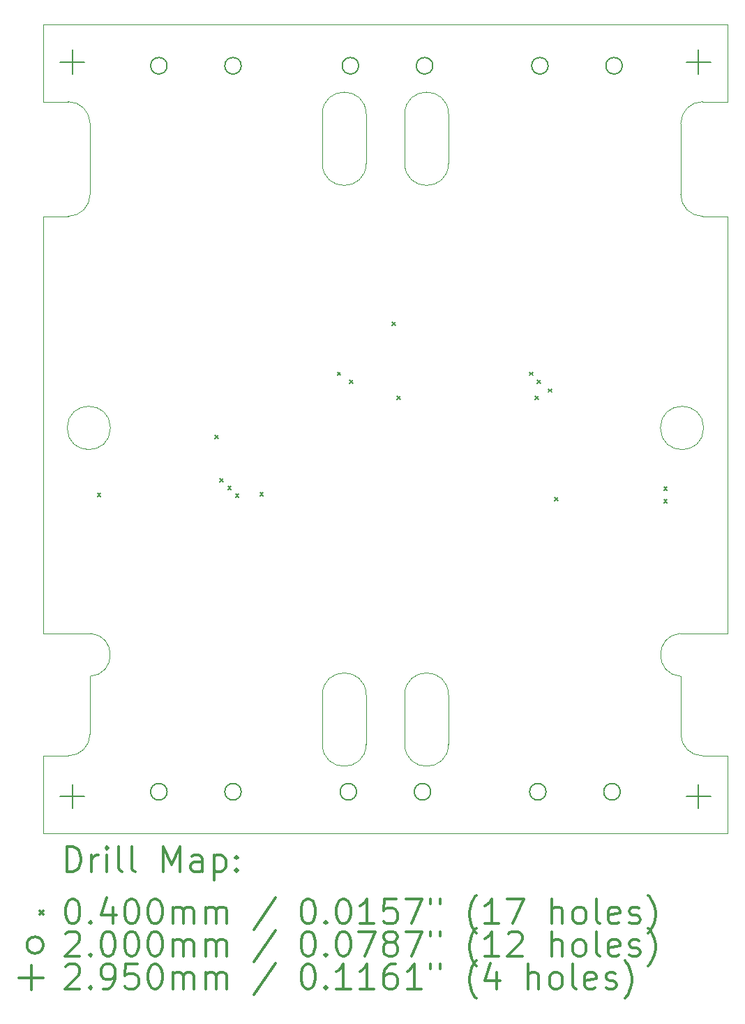
<source format=gbr>
%FSLAX45Y45*%
G04 Gerber Fmt 4.5, Leading zero omitted, Abs format (unit mm)*
G04 Created by KiCad (PCBNEW (5.1.10)-1) date 2022-06-07 20:10:59*
%MOMM*%
%LPD*%
G01*
G04 APERTURE LIST*
%TA.AperFunction,Profile*%
%ADD10C,0.050000*%
%TD*%
%ADD11C,0.200000*%
%ADD12C,0.300000*%
G04 APERTURE END LIST*
D10*
X18599461Y-13955719D02*
X18025539Y-13955719D01*
X18600000Y-8900000D02*
X18599461Y-13955719D01*
X18600000Y-7510000D02*
X18600000Y-7310000D01*
X18600000Y-15645000D02*
X18600000Y-15440000D01*
X10300000Y-15440000D02*
X10300000Y-16375000D01*
X10300000Y-8900000D02*
X10300000Y-13955719D01*
X10300000Y-6575000D02*
X10300000Y-7510000D01*
X18300000Y-8900000D02*
X18600000Y-8900000D01*
X18035000Y-7775000D02*
X18035000Y-8635000D01*
X18300000Y-7510000D02*
X18600000Y-7510000D01*
X18035000Y-8635000D02*
G75*
G03*
X18300000Y-8900000I265000J0D01*
G01*
X18300000Y-7510000D02*
G75*
G03*
X18035000Y-7775000I0J-265000D01*
G01*
X18035000Y-15175000D02*
X18035000Y-14475000D01*
X18300000Y-15440000D02*
X18600000Y-15440000D01*
X18300000Y-15440000D02*
G75*
G02*
X18035000Y-15175000I0J265000D01*
G01*
X10865000Y-15175000D02*
X10865000Y-14475000D01*
X10600000Y-15440000D02*
X10300000Y-15440000D01*
X10600000Y-15440000D02*
G75*
G03*
X10865000Y-15175000I0J265000D01*
G01*
X10865000Y-7775000D02*
X10865000Y-8635000D01*
X10600000Y-8900000D02*
X10300000Y-8900000D01*
X10865000Y-8635000D02*
G75*
G02*
X10600000Y-8900000I-265000J0D01*
G01*
X10600000Y-7510000D02*
G75*
G02*
X10865000Y-7775000I0J-265000D01*
G01*
X10600000Y-7510000D02*
X10300000Y-7510000D01*
X18600000Y-7310000D02*
X18600000Y-6575000D01*
X18600000Y-16375000D02*
X18600000Y-15645000D01*
X18025539Y-13955719D02*
G75*
G03*
X18035000Y-14475000I24461J-259281D01*
G01*
X10874461Y-13955719D02*
G75*
G02*
X10865000Y-14475000I-24461J-259281D01*
G01*
X10874461Y-13955719D02*
X10300000Y-13955719D01*
X15215000Y-15300000D02*
G75*
G02*
X14685000Y-15300000I-265000J0D01*
G01*
X14685000Y-14700000D02*
G75*
G02*
X15215000Y-14700000I265000J0D01*
G01*
X14215000Y-15300000D02*
G75*
G02*
X13685000Y-15300000I-265000J0D01*
G01*
X13685000Y-14700000D02*
G75*
G02*
X14215000Y-14700000I265000J0D01*
G01*
X15215000Y-8260000D02*
G75*
G02*
X14685000Y-8260000I-265000J0D01*
G01*
X14685000Y-7660000D02*
G75*
G02*
X15215000Y-7660000I265000J0D01*
G01*
X13685000Y-7660000D02*
G75*
G02*
X14215000Y-7660000I265000J0D01*
G01*
X14215000Y-8260000D02*
G75*
G02*
X13685000Y-8260000I-265000J0D01*
G01*
X15215000Y-7660000D02*
X15215000Y-8260000D01*
X14685000Y-7660000D02*
X14685000Y-8260000D01*
X13685000Y-7660000D02*
X13685000Y-8260000D01*
X14215000Y-7660000D02*
X14215000Y-8260000D01*
X15215000Y-15300000D02*
X15215000Y-14700000D01*
X14685000Y-14700000D02*
X14685000Y-15300000D01*
X14215000Y-15300000D02*
X14215000Y-14700000D01*
X13685000Y-15300000D02*
X13685000Y-14700000D01*
X18312500Y-11465000D02*
G75*
G03*
X18312500Y-11465000I-262500J0D01*
G01*
X11112500Y-11465000D02*
G75*
G03*
X11112500Y-11465000I-262500J0D01*
G01*
X18600000Y-6575000D02*
X10300000Y-6575000D01*
X10300000Y-16375000D02*
X18600000Y-16375000D01*
D11*
X10955000Y-12255000D02*
X10995000Y-12295000D01*
X10995000Y-12255000D02*
X10955000Y-12295000D01*
X12380000Y-11555000D02*
X12420000Y-11595000D01*
X12420000Y-11555000D02*
X12380000Y-11595000D01*
X12438700Y-12076750D02*
X12478700Y-12116750D01*
X12478700Y-12076750D02*
X12438700Y-12116750D01*
X12536450Y-12169500D02*
X12576450Y-12209500D01*
X12576450Y-12169500D02*
X12536450Y-12209500D01*
X12630000Y-12266450D02*
X12670000Y-12306450D01*
X12670000Y-12266450D02*
X12630000Y-12306450D01*
X12927650Y-12248200D02*
X12967650Y-12288200D01*
X12967650Y-12248200D02*
X12927650Y-12288200D01*
X13867650Y-10787500D02*
X13907650Y-10827500D01*
X13907650Y-10787500D02*
X13867650Y-10827500D01*
X14013500Y-10884500D02*
X14053500Y-10924500D01*
X14053500Y-10884500D02*
X14013500Y-10924500D01*
X14530000Y-10180000D02*
X14570000Y-10220000D01*
X14570000Y-10180000D02*
X14530000Y-10220000D01*
X14591350Y-11079800D02*
X14631350Y-11119800D01*
X14631350Y-11079800D02*
X14591350Y-11119800D01*
X16197700Y-10787500D02*
X16237700Y-10827500D01*
X16237700Y-10787500D02*
X16197700Y-10827500D01*
X16267750Y-11079800D02*
X16307750Y-11119800D01*
X16307750Y-11079800D02*
X16267750Y-11119800D01*
X16293150Y-10882950D02*
X16333150Y-10922950D01*
X16333150Y-10882950D02*
X16293150Y-10922950D01*
X16426500Y-10990900D02*
X16466500Y-11030900D01*
X16466500Y-10990900D02*
X16426500Y-11030900D01*
X16505000Y-12305000D02*
X16545000Y-12345000D01*
X16545000Y-12305000D02*
X16505000Y-12345000D01*
X17830000Y-12180000D02*
X17870000Y-12220000D01*
X17870000Y-12180000D02*
X17830000Y-12220000D01*
X17830000Y-12330000D02*
X17870000Y-12370000D01*
X17870000Y-12330000D02*
X17830000Y-12370000D01*
X11800000Y-7075000D02*
G75*
G03*
X11800000Y-7075000I-100000J0D01*
G01*
X11800000Y-15875000D02*
G75*
G03*
X11800000Y-15875000I-100000J0D01*
G01*
X12700000Y-7075000D02*
G75*
G03*
X12700000Y-7075000I-100000J0D01*
G01*
X12700000Y-15875000D02*
G75*
G03*
X12700000Y-15875000I-100000J0D01*
G01*
X14100000Y-15875000D02*
G75*
G03*
X14100000Y-15875000I-100000J0D01*
G01*
X14125000Y-7075000D02*
G75*
G03*
X14125000Y-7075000I-100000J0D01*
G01*
X15000000Y-15875000D02*
G75*
G03*
X15000000Y-15875000I-100000J0D01*
G01*
X15025000Y-7075000D02*
G75*
G03*
X15025000Y-7075000I-100000J0D01*
G01*
X16400000Y-15875000D02*
G75*
G03*
X16400000Y-15875000I-100000J0D01*
G01*
X16425000Y-7075000D02*
G75*
G03*
X16425000Y-7075000I-100000J0D01*
G01*
X17300000Y-15875000D02*
G75*
G03*
X17300000Y-15875000I-100000J0D01*
G01*
X17325000Y-7075000D02*
G75*
G03*
X17325000Y-7075000I-100000J0D01*
G01*
X10650000Y-6882500D02*
X10650000Y-7177500D01*
X10502500Y-7030000D02*
X10797500Y-7030000D01*
X10650000Y-15782500D02*
X10650000Y-16077500D01*
X10502500Y-15930000D02*
X10797500Y-15930000D01*
X18250000Y-6882500D02*
X18250000Y-7177500D01*
X18102500Y-7030000D02*
X18397500Y-7030000D01*
X18250000Y-15782500D02*
X18250000Y-16077500D01*
X18102500Y-15930000D02*
X18397500Y-15930000D01*
D12*
X10583928Y-16843214D02*
X10583928Y-16543214D01*
X10655357Y-16543214D01*
X10698214Y-16557500D01*
X10726786Y-16586071D01*
X10741071Y-16614643D01*
X10755357Y-16671786D01*
X10755357Y-16714643D01*
X10741071Y-16771786D01*
X10726786Y-16800357D01*
X10698214Y-16828929D01*
X10655357Y-16843214D01*
X10583928Y-16843214D01*
X10883928Y-16843214D02*
X10883928Y-16643214D01*
X10883928Y-16700357D02*
X10898214Y-16671786D01*
X10912500Y-16657500D01*
X10941071Y-16643214D01*
X10969643Y-16643214D01*
X11069643Y-16843214D02*
X11069643Y-16643214D01*
X11069643Y-16543214D02*
X11055357Y-16557500D01*
X11069643Y-16571786D01*
X11083928Y-16557500D01*
X11069643Y-16543214D01*
X11069643Y-16571786D01*
X11255357Y-16843214D02*
X11226786Y-16828929D01*
X11212500Y-16800357D01*
X11212500Y-16543214D01*
X11412500Y-16843214D02*
X11383928Y-16828929D01*
X11369643Y-16800357D01*
X11369643Y-16543214D01*
X11755357Y-16843214D02*
X11755357Y-16543214D01*
X11855357Y-16757500D01*
X11955357Y-16543214D01*
X11955357Y-16843214D01*
X12226786Y-16843214D02*
X12226786Y-16686071D01*
X12212500Y-16657500D01*
X12183928Y-16643214D01*
X12126786Y-16643214D01*
X12098214Y-16657500D01*
X12226786Y-16828929D02*
X12198214Y-16843214D01*
X12126786Y-16843214D01*
X12098214Y-16828929D01*
X12083928Y-16800357D01*
X12083928Y-16771786D01*
X12098214Y-16743214D01*
X12126786Y-16728929D01*
X12198214Y-16728929D01*
X12226786Y-16714643D01*
X12369643Y-16643214D02*
X12369643Y-16943214D01*
X12369643Y-16657500D02*
X12398214Y-16643214D01*
X12455357Y-16643214D01*
X12483928Y-16657500D01*
X12498214Y-16671786D01*
X12512500Y-16700357D01*
X12512500Y-16786072D01*
X12498214Y-16814643D01*
X12483928Y-16828929D01*
X12455357Y-16843214D01*
X12398214Y-16843214D01*
X12369643Y-16828929D01*
X12641071Y-16814643D02*
X12655357Y-16828929D01*
X12641071Y-16843214D01*
X12626786Y-16828929D01*
X12641071Y-16814643D01*
X12641071Y-16843214D01*
X12641071Y-16657500D02*
X12655357Y-16671786D01*
X12641071Y-16686071D01*
X12626786Y-16671786D01*
X12641071Y-16657500D01*
X12641071Y-16686071D01*
X10257500Y-17317500D02*
X10297500Y-17357500D01*
X10297500Y-17317500D02*
X10257500Y-17357500D01*
X10641071Y-17173214D02*
X10669643Y-17173214D01*
X10698214Y-17187500D01*
X10712500Y-17201786D01*
X10726786Y-17230357D01*
X10741071Y-17287500D01*
X10741071Y-17358929D01*
X10726786Y-17416072D01*
X10712500Y-17444643D01*
X10698214Y-17458929D01*
X10669643Y-17473214D01*
X10641071Y-17473214D01*
X10612500Y-17458929D01*
X10598214Y-17444643D01*
X10583928Y-17416072D01*
X10569643Y-17358929D01*
X10569643Y-17287500D01*
X10583928Y-17230357D01*
X10598214Y-17201786D01*
X10612500Y-17187500D01*
X10641071Y-17173214D01*
X10869643Y-17444643D02*
X10883928Y-17458929D01*
X10869643Y-17473214D01*
X10855357Y-17458929D01*
X10869643Y-17444643D01*
X10869643Y-17473214D01*
X11141071Y-17273214D02*
X11141071Y-17473214D01*
X11069643Y-17158929D02*
X10998214Y-17373214D01*
X11183928Y-17373214D01*
X11355357Y-17173214D02*
X11383928Y-17173214D01*
X11412500Y-17187500D01*
X11426786Y-17201786D01*
X11441071Y-17230357D01*
X11455357Y-17287500D01*
X11455357Y-17358929D01*
X11441071Y-17416072D01*
X11426786Y-17444643D01*
X11412500Y-17458929D01*
X11383928Y-17473214D01*
X11355357Y-17473214D01*
X11326786Y-17458929D01*
X11312500Y-17444643D01*
X11298214Y-17416072D01*
X11283928Y-17358929D01*
X11283928Y-17287500D01*
X11298214Y-17230357D01*
X11312500Y-17201786D01*
X11326786Y-17187500D01*
X11355357Y-17173214D01*
X11641071Y-17173214D02*
X11669643Y-17173214D01*
X11698214Y-17187500D01*
X11712500Y-17201786D01*
X11726786Y-17230357D01*
X11741071Y-17287500D01*
X11741071Y-17358929D01*
X11726786Y-17416072D01*
X11712500Y-17444643D01*
X11698214Y-17458929D01*
X11669643Y-17473214D01*
X11641071Y-17473214D01*
X11612500Y-17458929D01*
X11598214Y-17444643D01*
X11583928Y-17416072D01*
X11569643Y-17358929D01*
X11569643Y-17287500D01*
X11583928Y-17230357D01*
X11598214Y-17201786D01*
X11612500Y-17187500D01*
X11641071Y-17173214D01*
X11869643Y-17473214D02*
X11869643Y-17273214D01*
X11869643Y-17301786D02*
X11883928Y-17287500D01*
X11912500Y-17273214D01*
X11955357Y-17273214D01*
X11983928Y-17287500D01*
X11998214Y-17316072D01*
X11998214Y-17473214D01*
X11998214Y-17316072D02*
X12012500Y-17287500D01*
X12041071Y-17273214D01*
X12083928Y-17273214D01*
X12112500Y-17287500D01*
X12126786Y-17316072D01*
X12126786Y-17473214D01*
X12269643Y-17473214D02*
X12269643Y-17273214D01*
X12269643Y-17301786D02*
X12283928Y-17287500D01*
X12312500Y-17273214D01*
X12355357Y-17273214D01*
X12383928Y-17287500D01*
X12398214Y-17316072D01*
X12398214Y-17473214D01*
X12398214Y-17316072D02*
X12412500Y-17287500D01*
X12441071Y-17273214D01*
X12483928Y-17273214D01*
X12512500Y-17287500D01*
X12526786Y-17316072D01*
X12526786Y-17473214D01*
X13112500Y-17158929D02*
X12855357Y-17544643D01*
X13498214Y-17173214D02*
X13526786Y-17173214D01*
X13555357Y-17187500D01*
X13569643Y-17201786D01*
X13583928Y-17230357D01*
X13598214Y-17287500D01*
X13598214Y-17358929D01*
X13583928Y-17416072D01*
X13569643Y-17444643D01*
X13555357Y-17458929D01*
X13526786Y-17473214D01*
X13498214Y-17473214D01*
X13469643Y-17458929D01*
X13455357Y-17444643D01*
X13441071Y-17416072D01*
X13426786Y-17358929D01*
X13426786Y-17287500D01*
X13441071Y-17230357D01*
X13455357Y-17201786D01*
X13469643Y-17187500D01*
X13498214Y-17173214D01*
X13726786Y-17444643D02*
X13741071Y-17458929D01*
X13726786Y-17473214D01*
X13712500Y-17458929D01*
X13726786Y-17444643D01*
X13726786Y-17473214D01*
X13926786Y-17173214D02*
X13955357Y-17173214D01*
X13983928Y-17187500D01*
X13998214Y-17201786D01*
X14012500Y-17230357D01*
X14026786Y-17287500D01*
X14026786Y-17358929D01*
X14012500Y-17416072D01*
X13998214Y-17444643D01*
X13983928Y-17458929D01*
X13955357Y-17473214D01*
X13926786Y-17473214D01*
X13898214Y-17458929D01*
X13883928Y-17444643D01*
X13869643Y-17416072D01*
X13855357Y-17358929D01*
X13855357Y-17287500D01*
X13869643Y-17230357D01*
X13883928Y-17201786D01*
X13898214Y-17187500D01*
X13926786Y-17173214D01*
X14312500Y-17473214D02*
X14141071Y-17473214D01*
X14226786Y-17473214D02*
X14226786Y-17173214D01*
X14198214Y-17216072D01*
X14169643Y-17244643D01*
X14141071Y-17258929D01*
X14583928Y-17173214D02*
X14441071Y-17173214D01*
X14426786Y-17316072D01*
X14441071Y-17301786D01*
X14469643Y-17287500D01*
X14541071Y-17287500D01*
X14569643Y-17301786D01*
X14583928Y-17316072D01*
X14598214Y-17344643D01*
X14598214Y-17416072D01*
X14583928Y-17444643D01*
X14569643Y-17458929D01*
X14541071Y-17473214D01*
X14469643Y-17473214D01*
X14441071Y-17458929D01*
X14426786Y-17444643D01*
X14698214Y-17173214D02*
X14898214Y-17173214D01*
X14769643Y-17473214D01*
X14998214Y-17173214D02*
X14998214Y-17230357D01*
X15112500Y-17173214D02*
X15112500Y-17230357D01*
X15555357Y-17587500D02*
X15541071Y-17573214D01*
X15512500Y-17530357D01*
X15498214Y-17501786D01*
X15483928Y-17458929D01*
X15469643Y-17387500D01*
X15469643Y-17330357D01*
X15483928Y-17258929D01*
X15498214Y-17216072D01*
X15512500Y-17187500D01*
X15541071Y-17144643D01*
X15555357Y-17130357D01*
X15826786Y-17473214D02*
X15655357Y-17473214D01*
X15741071Y-17473214D02*
X15741071Y-17173214D01*
X15712500Y-17216072D01*
X15683928Y-17244643D01*
X15655357Y-17258929D01*
X15926786Y-17173214D02*
X16126786Y-17173214D01*
X15998214Y-17473214D01*
X16469643Y-17473214D02*
X16469643Y-17173214D01*
X16598214Y-17473214D02*
X16598214Y-17316072D01*
X16583928Y-17287500D01*
X16555357Y-17273214D01*
X16512500Y-17273214D01*
X16483928Y-17287500D01*
X16469643Y-17301786D01*
X16783928Y-17473214D02*
X16755357Y-17458929D01*
X16741071Y-17444643D01*
X16726786Y-17416072D01*
X16726786Y-17330357D01*
X16741071Y-17301786D01*
X16755357Y-17287500D01*
X16783928Y-17273214D01*
X16826786Y-17273214D01*
X16855357Y-17287500D01*
X16869643Y-17301786D01*
X16883928Y-17330357D01*
X16883928Y-17416072D01*
X16869643Y-17444643D01*
X16855357Y-17458929D01*
X16826786Y-17473214D01*
X16783928Y-17473214D01*
X17055357Y-17473214D02*
X17026786Y-17458929D01*
X17012500Y-17430357D01*
X17012500Y-17173214D01*
X17283928Y-17458929D02*
X17255357Y-17473214D01*
X17198214Y-17473214D01*
X17169643Y-17458929D01*
X17155357Y-17430357D01*
X17155357Y-17316072D01*
X17169643Y-17287500D01*
X17198214Y-17273214D01*
X17255357Y-17273214D01*
X17283928Y-17287500D01*
X17298214Y-17316072D01*
X17298214Y-17344643D01*
X17155357Y-17373214D01*
X17412500Y-17458929D02*
X17441071Y-17473214D01*
X17498214Y-17473214D01*
X17526786Y-17458929D01*
X17541071Y-17430357D01*
X17541071Y-17416072D01*
X17526786Y-17387500D01*
X17498214Y-17373214D01*
X17455357Y-17373214D01*
X17426786Y-17358929D01*
X17412500Y-17330357D01*
X17412500Y-17316072D01*
X17426786Y-17287500D01*
X17455357Y-17273214D01*
X17498214Y-17273214D01*
X17526786Y-17287500D01*
X17641071Y-17587500D02*
X17655357Y-17573214D01*
X17683928Y-17530357D01*
X17698214Y-17501786D01*
X17712500Y-17458929D01*
X17726786Y-17387500D01*
X17726786Y-17330357D01*
X17712500Y-17258929D01*
X17698214Y-17216072D01*
X17683928Y-17187500D01*
X17655357Y-17144643D01*
X17641071Y-17130357D01*
X10297500Y-17733500D02*
G75*
G03*
X10297500Y-17733500I-100000J0D01*
G01*
X10569643Y-17597786D02*
X10583928Y-17583500D01*
X10612500Y-17569214D01*
X10683928Y-17569214D01*
X10712500Y-17583500D01*
X10726786Y-17597786D01*
X10741071Y-17626357D01*
X10741071Y-17654929D01*
X10726786Y-17697786D01*
X10555357Y-17869214D01*
X10741071Y-17869214D01*
X10869643Y-17840643D02*
X10883928Y-17854929D01*
X10869643Y-17869214D01*
X10855357Y-17854929D01*
X10869643Y-17840643D01*
X10869643Y-17869214D01*
X11069643Y-17569214D02*
X11098214Y-17569214D01*
X11126786Y-17583500D01*
X11141071Y-17597786D01*
X11155357Y-17626357D01*
X11169643Y-17683500D01*
X11169643Y-17754929D01*
X11155357Y-17812072D01*
X11141071Y-17840643D01*
X11126786Y-17854929D01*
X11098214Y-17869214D01*
X11069643Y-17869214D01*
X11041071Y-17854929D01*
X11026786Y-17840643D01*
X11012500Y-17812072D01*
X10998214Y-17754929D01*
X10998214Y-17683500D01*
X11012500Y-17626357D01*
X11026786Y-17597786D01*
X11041071Y-17583500D01*
X11069643Y-17569214D01*
X11355357Y-17569214D02*
X11383928Y-17569214D01*
X11412500Y-17583500D01*
X11426786Y-17597786D01*
X11441071Y-17626357D01*
X11455357Y-17683500D01*
X11455357Y-17754929D01*
X11441071Y-17812072D01*
X11426786Y-17840643D01*
X11412500Y-17854929D01*
X11383928Y-17869214D01*
X11355357Y-17869214D01*
X11326786Y-17854929D01*
X11312500Y-17840643D01*
X11298214Y-17812072D01*
X11283928Y-17754929D01*
X11283928Y-17683500D01*
X11298214Y-17626357D01*
X11312500Y-17597786D01*
X11326786Y-17583500D01*
X11355357Y-17569214D01*
X11641071Y-17569214D02*
X11669643Y-17569214D01*
X11698214Y-17583500D01*
X11712500Y-17597786D01*
X11726786Y-17626357D01*
X11741071Y-17683500D01*
X11741071Y-17754929D01*
X11726786Y-17812072D01*
X11712500Y-17840643D01*
X11698214Y-17854929D01*
X11669643Y-17869214D01*
X11641071Y-17869214D01*
X11612500Y-17854929D01*
X11598214Y-17840643D01*
X11583928Y-17812072D01*
X11569643Y-17754929D01*
X11569643Y-17683500D01*
X11583928Y-17626357D01*
X11598214Y-17597786D01*
X11612500Y-17583500D01*
X11641071Y-17569214D01*
X11869643Y-17869214D02*
X11869643Y-17669214D01*
X11869643Y-17697786D02*
X11883928Y-17683500D01*
X11912500Y-17669214D01*
X11955357Y-17669214D01*
X11983928Y-17683500D01*
X11998214Y-17712072D01*
X11998214Y-17869214D01*
X11998214Y-17712072D02*
X12012500Y-17683500D01*
X12041071Y-17669214D01*
X12083928Y-17669214D01*
X12112500Y-17683500D01*
X12126786Y-17712072D01*
X12126786Y-17869214D01*
X12269643Y-17869214D02*
X12269643Y-17669214D01*
X12269643Y-17697786D02*
X12283928Y-17683500D01*
X12312500Y-17669214D01*
X12355357Y-17669214D01*
X12383928Y-17683500D01*
X12398214Y-17712072D01*
X12398214Y-17869214D01*
X12398214Y-17712072D02*
X12412500Y-17683500D01*
X12441071Y-17669214D01*
X12483928Y-17669214D01*
X12512500Y-17683500D01*
X12526786Y-17712072D01*
X12526786Y-17869214D01*
X13112500Y-17554929D02*
X12855357Y-17940643D01*
X13498214Y-17569214D02*
X13526786Y-17569214D01*
X13555357Y-17583500D01*
X13569643Y-17597786D01*
X13583928Y-17626357D01*
X13598214Y-17683500D01*
X13598214Y-17754929D01*
X13583928Y-17812072D01*
X13569643Y-17840643D01*
X13555357Y-17854929D01*
X13526786Y-17869214D01*
X13498214Y-17869214D01*
X13469643Y-17854929D01*
X13455357Y-17840643D01*
X13441071Y-17812072D01*
X13426786Y-17754929D01*
X13426786Y-17683500D01*
X13441071Y-17626357D01*
X13455357Y-17597786D01*
X13469643Y-17583500D01*
X13498214Y-17569214D01*
X13726786Y-17840643D02*
X13741071Y-17854929D01*
X13726786Y-17869214D01*
X13712500Y-17854929D01*
X13726786Y-17840643D01*
X13726786Y-17869214D01*
X13926786Y-17569214D02*
X13955357Y-17569214D01*
X13983928Y-17583500D01*
X13998214Y-17597786D01*
X14012500Y-17626357D01*
X14026786Y-17683500D01*
X14026786Y-17754929D01*
X14012500Y-17812072D01*
X13998214Y-17840643D01*
X13983928Y-17854929D01*
X13955357Y-17869214D01*
X13926786Y-17869214D01*
X13898214Y-17854929D01*
X13883928Y-17840643D01*
X13869643Y-17812072D01*
X13855357Y-17754929D01*
X13855357Y-17683500D01*
X13869643Y-17626357D01*
X13883928Y-17597786D01*
X13898214Y-17583500D01*
X13926786Y-17569214D01*
X14126786Y-17569214D02*
X14326786Y-17569214D01*
X14198214Y-17869214D01*
X14483928Y-17697786D02*
X14455357Y-17683500D01*
X14441071Y-17669214D01*
X14426786Y-17640643D01*
X14426786Y-17626357D01*
X14441071Y-17597786D01*
X14455357Y-17583500D01*
X14483928Y-17569214D01*
X14541071Y-17569214D01*
X14569643Y-17583500D01*
X14583928Y-17597786D01*
X14598214Y-17626357D01*
X14598214Y-17640643D01*
X14583928Y-17669214D01*
X14569643Y-17683500D01*
X14541071Y-17697786D01*
X14483928Y-17697786D01*
X14455357Y-17712072D01*
X14441071Y-17726357D01*
X14426786Y-17754929D01*
X14426786Y-17812072D01*
X14441071Y-17840643D01*
X14455357Y-17854929D01*
X14483928Y-17869214D01*
X14541071Y-17869214D01*
X14569643Y-17854929D01*
X14583928Y-17840643D01*
X14598214Y-17812072D01*
X14598214Y-17754929D01*
X14583928Y-17726357D01*
X14569643Y-17712072D01*
X14541071Y-17697786D01*
X14698214Y-17569214D02*
X14898214Y-17569214D01*
X14769643Y-17869214D01*
X14998214Y-17569214D02*
X14998214Y-17626357D01*
X15112500Y-17569214D02*
X15112500Y-17626357D01*
X15555357Y-17983500D02*
X15541071Y-17969214D01*
X15512500Y-17926357D01*
X15498214Y-17897786D01*
X15483928Y-17854929D01*
X15469643Y-17783500D01*
X15469643Y-17726357D01*
X15483928Y-17654929D01*
X15498214Y-17612072D01*
X15512500Y-17583500D01*
X15541071Y-17540643D01*
X15555357Y-17526357D01*
X15826786Y-17869214D02*
X15655357Y-17869214D01*
X15741071Y-17869214D02*
X15741071Y-17569214D01*
X15712500Y-17612072D01*
X15683928Y-17640643D01*
X15655357Y-17654929D01*
X15941071Y-17597786D02*
X15955357Y-17583500D01*
X15983928Y-17569214D01*
X16055357Y-17569214D01*
X16083928Y-17583500D01*
X16098214Y-17597786D01*
X16112500Y-17626357D01*
X16112500Y-17654929D01*
X16098214Y-17697786D01*
X15926786Y-17869214D01*
X16112500Y-17869214D01*
X16469643Y-17869214D02*
X16469643Y-17569214D01*
X16598214Y-17869214D02*
X16598214Y-17712072D01*
X16583928Y-17683500D01*
X16555357Y-17669214D01*
X16512500Y-17669214D01*
X16483928Y-17683500D01*
X16469643Y-17697786D01*
X16783928Y-17869214D02*
X16755357Y-17854929D01*
X16741071Y-17840643D01*
X16726786Y-17812072D01*
X16726786Y-17726357D01*
X16741071Y-17697786D01*
X16755357Y-17683500D01*
X16783928Y-17669214D01*
X16826786Y-17669214D01*
X16855357Y-17683500D01*
X16869643Y-17697786D01*
X16883928Y-17726357D01*
X16883928Y-17812072D01*
X16869643Y-17840643D01*
X16855357Y-17854929D01*
X16826786Y-17869214D01*
X16783928Y-17869214D01*
X17055357Y-17869214D02*
X17026786Y-17854929D01*
X17012500Y-17826357D01*
X17012500Y-17569214D01*
X17283928Y-17854929D02*
X17255357Y-17869214D01*
X17198214Y-17869214D01*
X17169643Y-17854929D01*
X17155357Y-17826357D01*
X17155357Y-17712072D01*
X17169643Y-17683500D01*
X17198214Y-17669214D01*
X17255357Y-17669214D01*
X17283928Y-17683500D01*
X17298214Y-17712072D01*
X17298214Y-17740643D01*
X17155357Y-17769214D01*
X17412500Y-17854929D02*
X17441071Y-17869214D01*
X17498214Y-17869214D01*
X17526786Y-17854929D01*
X17541071Y-17826357D01*
X17541071Y-17812072D01*
X17526786Y-17783500D01*
X17498214Y-17769214D01*
X17455357Y-17769214D01*
X17426786Y-17754929D01*
X17412500Y-17726357D01*
X17412500Y-17712072D01*
X17426786Y-17683500D01*
X17455357Y-17669214D01*
X17498214Y-17669214D01*
X17526786Y-17683500D01*
X17641071Y-17983500D02*
X17655357Y-17969214D01*
X17683928Y-17926357D01*
X17698214Y-17897786D01*
X17712500Y-17854929D01*
X17726786Y-17783500D01*
X17726786Y-17726357D01*
X17712500Y-17654929D01*
X17698214Y-17612072D01*
X17683928Y-17583500D01*
X17655357Y-17540643D01*
X17641071Y-17526357D01*
X10150000Y-17982000D02*
X10150000Y-18277000D01*
X10002500Y-18129500D02*
X10297500Y-18129500D01*
X10569643Y-17993786D02*
X10583928Y-17979500D01*
X10612500Y-17965214D01*
X10683928Y-17965214D01*
X10712500Y-17979500D01*
X10726786Y-17993786D01*
X10741071Y-18022357D01*
X10741071Y-18050929D01*
X10726786Y-18093786D01*
X10555357Y-18265214D01*
X10741071Y-18265214D01*
X10869643Y-18236643D02*
X10883928Y-18250929D01*
X10869643Y-18265214D01*
X10855357Y-18250929D01*
X10869643Y-18236643D01*
X10869643Y-18265214D01*
X11026786Y-18265214D02*
X11083928Y-18265214D01*
X11112500Y-18250929D01*
X11126786Y-18236643D01*
X11155357Y-18193786D01*
X11169643Y-18136643D01*
X11169643Y-18022357D01*
X11155357Y-17993786D01*
X11141071Y-17979500D01*
X11112500Y-17965214D01*
X11055357Y-17965214D01*
X11026786Y-17979500D01*
X11012500Y-17993786D01*
X10998214Y-18022357D01*
X10998214Y-18093786D01*
X11012500Y-18122357D01*
X11026786Y-18136643D01*
X11055357Y-18150929D01*
X11112500Y-18150929D01*
X11141071Y-18136643D01*
X11155357Y-18122357D01*
X11169643Y-18093786D01*
X11441071Y-17965214D02*
X11298214Y-17965214D01*
X11283928Y-18108072D01*
X11298214Y-18093786D01*
X11326786Y-18079500D01*
X11398214Y-18079500D01*
X11426786Y-18093786D01*
X11441071Y-18108072D01*
X11455357Y-18136643D01*
X11455357Y-18208072D01*
X11441071Y-18236643D01*
X11426786Y-18250929D01*
X11398214Y-18265214D01*
X11326786Y-18265214D01*
X11298214Y-18250929D01*
X11283928Y-18236643D01*
X11641071Y-17965214D02*
X11669643Y-17965214D01*
X11698214Y-17979500D01*
X11712500Y-17993786D01*
X11726786Y-18022357D01*
X11741071Y-18079500D01*
X11741071Y-18150929D01*
X11726786Y-18208072D01*
X11712500Y-18236643D01*
X11698214Y-18250929D01*
X11669643Y-18265214D01*
X11641071Y-18265214D01*
X11612500Y-18250929D01*
X11598214Y-18236643D01*
X11583928Y-18208072D01*
X11569643Y-18150929D01*
X11569643Y-18079500D01*
X11583928Y-18022357D01*
X11598214Y-17993786D01*
X11612500Y-17979500D01*
X11641071Y-17965214D01*
X11869643Y-18265214D02*
X11869643Y-18065214D01*
X11869643Y-18093786D02*
X11883928Y-18079500D01*
X11912500Y-18065214D01*
X11955357Y-18065214D01*
X11983928Y-18079500D01*
X11998214Y-18108072D01*
X11998214Y-18265214D01*
X11998214Y-18108072D02*
X12012500Y-18079500D01*
X12041071Y-18065214D01*
X12083928Y-18065214D01*
X12112500Y-18079500D01*
X12126786Y-18108072D01*
X12126786Y-18265214D01*
X12269643Y-18265214D02*
X12269643Y-18065214D01*
X12269643Y-18093786D02*
X12283928Y-18079500D01*
X12312500Y-18065214D01*
X12355357Y-18065214D01*
X12383928Y-18079500D01*
X12398214Y-18108072D01*
X12398214Y-18265214D01*
X12398214Y-18108072D02*
X12412500Y-18079500D01*
X12441071Y-18065214D01*
X12483928Y-18065214D01*
X12512500Y-18079500D01*
X12526786Y-18108072D01*
X12526786Y-18265214D01*
X13112500Y-17950929D02*
X12855357Y-18336643D01*
X13498214Y-17965214D02*
X13526786Y-17965214D01*
X13555357Y-17979500D01*
X13569643Y-17993786D01*
X13583928Y-18022357D01*
X13598214Y-18079500D01*
X13598214Y-18150929D01*
X13583928Y-18208072D01*
X13569643Y-18236643D01*
X13555357Y-18250929D01*
X13526786Y-18265214D01*
X13498214Y-18265214D01*
X13469643Y-18250929D01*
X13455357Y-18236643D01*
X13441071Y-18208072D01*
X13426786Y-18150929D01*
X13426786Y-18079500D01*
X13441071Y-18022357D01*
X13455357Y-17993786D01*
X13469643Y-17979500D01*
X13498214Y-17965214D01*
X13726786Y-18236643D02*
X13741071Y-18250929D01*
X13726786Y-18265214D01*
X13712500Y-18250929D01*
X13726786Y-18236643D01*
X13726786Y-18265214D01*
X14026786Y-18265214D02*
X13855357Y-18265214D01*
X13941071Y-18265214D02*
X13941071Y-17965214D01*
X13912500Y-18008072D01*
X13883928Y-18036643D01*
X13855357Y-18050929D01*
X14312500Y-18265214D02*
X14141071Y-18265214D01*
X14226786Y-18265214D02*
X14226786Y-17965214D01*
X14198214Y-18008072D01*
X14169643Y-18036643D01*
X14141071Y-18050929D01*
X14569643Y-17965214D02*
X14512500Y-17965214D01*
X14483928Y-17979500D01*
X14469643Y-17993786D01*
X14441071Y-18036643D01*
X14426786Y-18093786D01*
X14426786Y-18208072D01*
X14441071Y-18236643D01*
X14455357Y-18250929D01*
X14483928Y-18265214D01*
X14541071Y-18265214D01*
X14569643Y-18250929D01*
X14583928Y-18236643D01*
X14598214Y-18208072D01*
X14598214Y-18136643D01*
X14583928Y-18108072D01*
X14569643Y-18093786D01*
X14541071Y-18079500D01*
X14483928Y-18079500D01*
X14455357Y-18093786D01*
X14441071Y-18108072D01*
X14426786Y-18136643D01*
X14883928Y-18265214D02*
X14712500Y-18265214D01*
X14798214Y-18265214D02*
X14798214Y-17965214D01*
X14769643Y-18008072D01*
X14741071Y-18036643D01*
X14712500Y-18050929D01*
X14998214Y-17965214D02*
X14998214Y-18022357D01*
X15112500Y-17965214D02*
X15112500Y-18022357D01*
X15555357Y-18379500D02*
X15541071Y-18365214D01*
X15512500Y-18322357D01*
X15498214Y-18293786D01*
X15483928Y-18250929D01*
X15469643Y-18179500D01*
X15469643Y-18122357D01*
X15483928Y-18050929D01*
X15498214Y-18008072D01*
X15512500Y-17979500D01*
X15541071Y-17936643D01*
X15555357Y-17922357D01*
X15798214Y-18065214D02*
X15798214Y-18265214D01*
X15726786Y-17950929D02*
X15655357Y-18165214D01*
X15841071Y-18165214D01*
X16183928Y-18265214D02*
X16183928Y-17965214D01*
X16312500Y-18265214D02*
X16312500Y-18108072D01*
X16298214Y-18079500D01*
X16269643Y-18065214D01*
X16226786Y-18065214D01*
X16198214Y-18079500D01*
X16183928Y-18093786D01*
X16498214Y-18265214D02*
X16469643Y-18250929D01*
X16455357Y-18236643D01*
X16441071Y-18208072D01*
X16441071Y-18122357D01*
X16455357Y-18093786D01*
X16469643Y-18079500D01*
X16498214Y-18065214D01*
X16541071Y-18065214D01*
X16569643Y-18079500D01*
X16583928Y-18093786D01*
X16598214Y-18122357D01*
X16598214Y-18208072D01*
X16583928Y-18236643D01*
X16569643Y-18250929D01*
X16541071Y-18265214D01*
X16498214Y-18265214D01*
X16769643Y-18265214D02*
X16741071Y-18250929D01*
X16726786Y-18222357D01*
X16726786Y-17965214D01*
X16998214Y-18250929D02*
X16969643Y-18265214D01*
X16912500Y-18265214D01*
X16883928Y-18250929D01*
X16869643Y-18222357D01*
X16869643Y-18108072D01*
X16883928Y-18079500D01*
X16912500Y-18065214D01*
X16969643Y-18065214D01*
X16998214Y-18079500D01*
X17012500Y-18108072D01*
X17012500Y-18136643D01*
X16869643Y-18165214D01*
X17126786Y-18250929D02*
X17155357Y-18265214D01*
X17212500Y-18265214D01*
X17241071Y-18250929D01*
X17255357Y-18222357D01*
X17255357Y-18208072D01*
X17241071Y-18179500D01*
X17212500Y-18165214D01*
X17169643Y-18165214D01*
X17141071Y-18150929D01*
X17126786Y-18122357D01*
X17126786Y-18108072D01*
X17141071Y-18079500D01*
X17169643Y-18065214D01*
X17212500Y-18065214D01*
X17241071Y-18079500D01*
X17355357Y-18379500D02*
X17369643Y-18365214D01*
X17398214Y-18322357D01*
X17412500Y-18293786D01*
X17426786Y-18250929D01*
X17441071Y-18179500D01*
X17441071Y-18122357D01*
X17426786Y-18050929D01*
X17412500Y-18008072D01*
X17398214Y-17979500D01*
X17369643Y-17936643D01*
X17355357Y-17922357D01*
M02*

</source>
